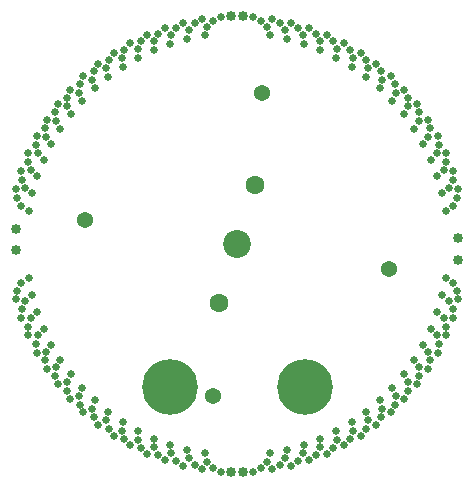
<source format=gbs>
G75*
%MOIN*%
%OFA0B0*%
%FSLAX24Y24*%
%IPPOS*%
%LPD*%
%AMOC8*
5,1,8,0,0,1.08239X$1,22.5*
%
%ADD10C,0.0540*%
%ADD11C,0.1860*%
%ADD12C,0.0250*%
%ADD13C,0.0930*%
%ADD14C,0.0631*%
%ADD15C,0.0335*%
D10*
X010102Y005855D03*
X005855Y011723D03*
X011723Y015970D03*
X015970Y010102D03*
D11*
X013162Y006162D03*
X008662Y006162D03*
D12*
X005658Y005566D03*
X005789Y005308D03*
X006075Y005434D03*
X006124Y005145D03*
X006276Y004899D03*
X006551Y005048D03*
X006613Y005333D03*
X007095Y004993D03*
X007057Y004704D03*
X007153Y004428D03*
X007343Y004210D03*
X007590Y004403D03*
X007603Y004694D03*
X007708Y004136D03*
X007917Y003935D03*
X008146Y004148D03*
X008135Y004439D03*
X008687Y004229D03*
X008722Y003940D03*
X008883Y003696D03*
X009122Y003533D03*
X009313Y003781D03*
X009254Y004066D03*
X009494Y003552D03*
X009746Y003409D03*
X009915Y003672D03*
X010115Y003459D03*
X010378Y003338D03*
X009833Y003952D03*
X008511Y003708D03*
X008287Y003891D03*
X006795Y004532D03*
X006623Y004765D03*
X006161Y005712D03*
X005742Y006128D03*
X005634Y005858D03*
X005338Y005756D03*
X005229Y006025D03*
X005229Y006317D03*
X004926Y006241D03*
X004840Y006517D03*
X004865Y006809D03*
X005017Y007057D03*
X004494Y007041D03*
X004543Y007329D03*
X004715Y007564D03*
X004192Y007592D03*
X004231Y007305D03*
X004265Y007875D03*
X004457Y008094D03*
X003938Y008166D03*
X003952Y007876D03*
X004034Y008442D03*
X004243Y008644D03*
X003732Y008759D03*
X003852Y009026D03*
X004077Y009210D03*
X003577Y009367D03*
X003543Y009080D03*
X003718Y009623D03*
X003959Y009788D03*
X003722Y008469D03*
X004556Y006758D03*
X005360Y006577D03*
X003959Y012036D03*
X003718Y012202D03*
X003577Y012458D03*
X003543Y012745D03*
X003852Y012799D03*
X004077Y012614D03*
X003732Y013066D03*
X003722Y013355D03*
X004034Y013383D03*
X004243Y013180D03*
X003938Y013659D03*
X003952Y013948D03*
X004265Y013950D03*
X004457Y013730D03*
X004192Y014233D03*
X004231Y014520D03*
X004543Y014496D03*
X004715Y014261D03*
X004494Y014784D03*
X004556Y015067D03*
X004865Y015016D03*
X005017Y014768D03*
X005360Y015247D03*
X005229Y015508D03*
X005229Y015800D03*
X005338Y016069D03*
X005634Y015967D03*
X005658Y016259D03*
X005789Y016517D03*
X006075Y016391D03*
X006124Y016679D03*
X006276Y016926D03*
X006551Y016777D03*
X006613Y016492D03*
X007095Y016832D03*
X007057Y017121D03*
X007153Y017397D03*
X007343Y017615D03*
X007590Y017422D03*
X007603Y017131D03*
X007708Y017689D03*
X007917Y017890D03*
X008146Y017677D03*
X008135Y017386D03*
X008687Y017596D03*
X008722Y017885D03*
X008883Y018129D03*
X009122Y018292D03*
X009313Y018044D03*
X009254Y017759D03*
X009494Y018273D03*
X009746Y018416D03*
X009915Y018153D03*
X010115Y018366D03*
X010378Y018487D03*
X009833Y017873D03*
X008511Y018116D03*
X008287Y017933D03*
X006795Y017293D03*
X006623Y017060D03*
X006161Y016113D03*
X005742Y015697D03*
X004926Y015584D03*
X004840Y015307D03*
X011447Y018487D03*
X011709Y018366D03*
X011909Y018153D03*
X012079Y018416D03*
X012330Y018273D03*
X012512Y018044D03*
X012571Y017759D03*
X012941Y018129D03*
X012702Y018292D03*
X013103Y017885D03*
X013138Y017596D03*
X013538Y017933D03*
X013314Y018116D03*
X013908Y017890D03*
X014116Y017689D03*
X014235Y017422D03*
X014221Y017131D03*
X014672Y017397D03*
X014481Y017615D03*
X014768Y017121D03*
X014730Y016832D03*
X015202Y017060D03*
X015030Y017293D03*
X015274Y016777D03*
X015212Y016492D03*
X015701Y016679D03*
X015549Y016926D03*
X015749Y016391D03*
X016036Y016517D03*
X016167Y016259D03*
X016191Y015967D03*
X016487Y016069D03*
X016596Y015800D03*
X016595Y015508D03*
X016899Y015584D03*
X016985Y015307D03*
X016960Y015016D03*
X016808Y014768D03*
X017331Y014784D03*
X017282Y014496D03*
X017110Y014261D03*
X017633Y014233D03*
X017594Y014520D03*
X017560Y013950D03*
X017368Y013730D03*
X017887Y013659D03*
X017873Y013948D03*
X017791Y013383D03*
X017581Y013180D03*
X018092Y013066D03*
X017973Y012799D03*
X017748Y012614D03*
X018247Y012458D03*
X018282Y012745D03*
X018106Y012202D03*
X017866Y012036D03*
X018102Y013355D03*
X017269Y015067D03*
X016465Y015247D03*
X016082Y015697D03*
X015664Y016113D03*
X013689Y017386D03*
X013679Y017677D03*
X011992Y017873D03*
X017866Y009788D03*
X018106Y009623D03*
X018247Y009367D03*
X018282Y009080D03*
X017973Y009026D03*
X017748Y009210D03*
X018092Y008759D03*
X018102Y008469D03*
X017791Y008442D03*
X017581Y008644D03*
X017887Y008166D03*
X017873Y007876D03*
X017560Y007875D03*
X017368Y008094D03*
X017633Y007592D03*
X017594Y007305D03*
X017282Y007329D03*
X017110Y007564D03*
X017331Y007041D03*
X017269Y006758D03*
X016960Y006809D03*
X016808Y007057D03*
X016465Y006577D03*
X016595Y006317D03*
X016596Y006025D03*
X016487Y005756D03*
X016191Y005858D03*
X016167Y005566D03*
X016036Y005308D03*
X015749Y005434D03*
X015701Y005145D03*
X015549Y004899D03*
X015274Y005048D03*
X015212Y005333D03*
X015664Y005712D03*
X016082Y006128D03*
X016899Y006241D03*
X016985Y006517D03*
X015202Y004765D03*
X015030Y004532D03*
X014768Y004704D03*
X014730Y004993D03*
X014672Y004428D03*
X014481Y004210D03*
X014235Y004403D03*
X014221Y004694D03*
X014116Y004136D03*
X013908Y003935D03*
X013679Y004148D03*
X013689Y004439D03*
X013138Y004229D03*
X013103Y003940D03*
X012941Y003696D03*
X012702Y003533D03*
X012512Y003781D03*
X012571Y004066D03*
X012330Y003552D03*
X012079Y003409D03*
X011909Y003672D03*
X011709Y003459D03*
X011447Y003338D03*
X011992Y003952D03*
X013314Y003708D03*
X013538Y003891D03*
D13*
X010912Y010912D03*
D14*
X010322Y008944D03*
X011503Y012881D03*
D15*
X011112Y018512D03*
X010712Y018512D03*
X003550Y011424D03*
X003550Y010716D03*
X010712Y003312D03*
X011112Y003312D03*
X018275Y010401D03*
X018275Y011109D03*
M02*

</source>
